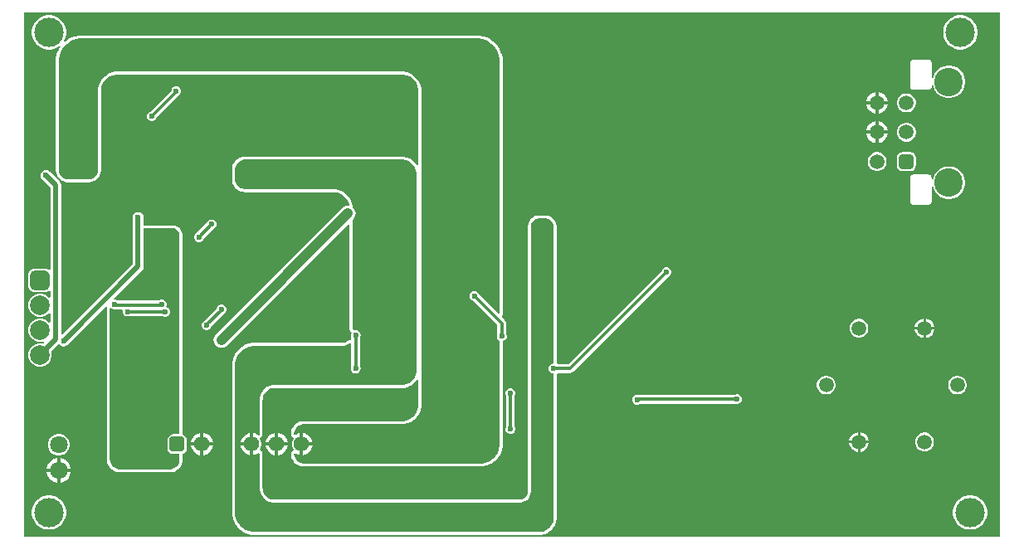
<source format=gbl>
G04*
G04 #@! TF.GenerationSoftware,Altium Limited,Altium Designer,24.0.1 (36)*
G04*
G04 Layer_Physical_Order=2*
G04 Layer_Color=16711680*
%FSLAX44Y44*%
%MOMM*%
G71*
G04*
G04 #@! TF.SameCoordinates,4B7F4912-6191-4439-8966-39C4DA3F543A*
G04*
G04*
G04 #@! TF.FilePolarity,Positive*
G04*
G01*
G75*
%ADD12C,0.3000*%
%ADD13C,0.5000*%
%ADD52C,1.0000*%
%ADD53C,1.5000*%
G04:AMPARAMS|DCode=54|XSize=1.52mm|YSize=1.52mm|CornerRadius=0.38mm|HoleSize=0mm|Usage=FLASHONLY|Rotation=270.000|XOffset=0mm|YOffset=0mm|HoleType=Round|Shape=RoundedRectangle|*
%AMROUNDEDRECTD54*
21,1,1.5200,0.7600,0,0,270.0*
21,1,0.7600,1.5200,0,0,270.0*
1,1,0.7600,-0.3800,-0.3800*
1,1,0.7600,-0.3800,0.3800*
1,1,0.7600,0.3800,0.3800*
1,1,0.7600,0.3800,-0.3800*
%
%ADD54ROUNDEDRECTD54*%
%ADD55C,1.5200*%
%ADD56C,2.9100*%
%ADD57C,1.8000*%
G04:AMPARAMS|DCode=58|XSize=2mm|YSize=2mm|CornerRadius=0.5mm|HoleSize=0mm|Usage=FLASHONLY|Rotation=270.000|XOffset=0mm|YOffset=0mm|HoleType=Round|Shape=RoundedRectangle|*
%AMROUNDEDRECTD58*
21,1,2.0000,1.0000,0,0,270.0*
21,1,1.0000,2.0000,0,0,270.0*
1,1,1.0000,-0.5000,-0.5000*
1,1,1.0000,-0.5000,0.5000*
1,1,1.0000,0.5000,0.5000*
1,1,1.0000,0.5000,-0.5000*
%
%ADD58ROUNDEDRECTD58*%
%ADD59C,2.0000*%
%ADD60C,1.5750*%
G04:AMPARAMS|DCode=61|XSize=1.575mm|YSize=1.575mm|CornerRadius=0.3938mm|HoleSize=0mm|Usage=FLASHONLY|Rotation=0.000|XOffset=0mm|YOffset=0mm|HoleType=Round|Shape=RoundedRectangle|*
%AMROUNDEDRECTD61*
21,1,1.5750,0.7875,0,0,0.0*
21,1,0.7875,1.5750,0,0,0.0*
1,1,0.7875,0.3938,-0.3938*
1,1,0.7875,-0.3938,-0.3938*
1,1,0.7875,-0.3938,0.3938*
1,1,0.7875,0.3938,0.3938*
%
%ADD61ROUNDEDRECTD61*%
%ADD62C,3.0000*%
%ADD63C,0.6000*%
G36*
X1000000Y5000D02*
X5000D01*
Y10000D01*
Y540000D01*
X1000000D01*
Y5000D01*
D02*
G37*
%LPC*%
G36*
X961724Y537500D02*
X958276D01*
X954895Y536828D01*
X951711Y535508D01*
X948844Y533593D01*
X946407Y531156D01*
X944492Y528289D01*
X943173Y525105D01*
X942500Y521724D01*
Y518276D01*
X943173Y514895D01*
X944492Y511711D01*
X946407Y508844D01*
X948844Y506407D01*
X951711Y504492D01*
X954895Y503172D01*
X958276Y502500D01*
X961724D01*
X965105Y503172D01*
X968289Y504492D01*
X971156Y506407D01*
X973593Y508844D01*
X975508Y511711D01*
X976827Y514895D01*
X977500Y518276D01*
Y521724D01*
X976827Y525105D01*
X975508Y528289D01*
X973593Y531156D01*
X971156Y533593D01*
X968289Y535508D01*
X965105Y536828D01*
X961724Y537500D01*
D02*
G37*
G36*
X927600Y491809D02*
X911600D01*
X910430Y491576D01*
X909437Y490913D01*
X908774Y489921D01*
X908541Y488750D01*
Y464250D01*
X908774Y463079D01*
X909437Y462087D01*
X910430Y461424D01*
X911600Y461191D01*
X927600D01*
X928771Y461424D01*
X929763Y462087D01*
X930426Y463079D01*
X930659Y464250D01*
Y466343D01*
X931929Y466469D01*
X932286Y464673D01*
X933534Y461661D01*
X935345Y458950D01*
X937650Y456645D01*
X940361Y454834D01*
X943372Y453586D01*
X946570Y452950D01*
X949830D01*
X953027Y453586D01*
X956039Y454834D01*
X958750Y456645D01*
X961055Y458950D01*
X962866Y461661D01*
X964114Y464673D01*
X964750Y467870D01*
Y471130D01*
X964114Y474327D01*
X962866Y477339D01*
X961055Y480050D01*
X958750Y482355D01*
X956039Y484166D01*
X953027Y485414D01*
X949830Y486050D01*
X946570D01*
X943372Y485414D01*
X940361Y484166D01*
X937650Y482355D01*
X935345Y480050D01*
X933534Y477339D01*
X932286Y474327D01*
X931929Y472532D01*
X930659Y472657D01*
Y488750D01*
X930426Y489921D01*
X929763Y490913D01*
X928771Y491576D01*
X927600Y491809D01*
D02*
G37*
G36*
X876750Y459023D02*
Y449750D01*
X886023D01*
X885343Y452284D01*
X883882Y454815D01*
X881816Y456882D01*
X879284Y458344D01*
X876750Y459023D01*
D02*
G37*
G36*
X873250D02*
X870716Y458344D01*
X868184Y456882D01*
X866118Y454815D01*
X864657Y452284D01*
X863977Y449750D01*
X873250D01*
Y459023D01*
D02*
G37*
G36*
X906264Y457600D02*
X903736D01*
X901294Y456946D01*
X899106Y455682D01*
X897318Y453895D01*
X896054Y451705D01*
X895400Y449264D01*
Y446736D01*
X896054Y444295D01*
X897318Y442105D01*
X899106Y440318D01*
X901294Y439054D01*
X903736Y438400D01*
X906264D01*
X908705Y439054D01*
X910894Y440318D01*
X912682Y442105D01*
X913946Y444295D01*
X914600Y446736D01*
Y449264D01*
X913946Y451705D01*
X912682Y453895D01*
X910894Y455682D01*
X908705Y456946D01*
X906264Y457600D01*
D02*
G37*
G36*
X886023Y446250D02*
X876750D01*
Y436977D01*
X879284Y437657D01*
X881816Y439118D01*
X883882Y441184D01*
X885343Y443716D01*
X886023Y446250D01*
D02*
G37*
G36*
X873250D02*
X863977D01*
X864657Y443716D01*
X866118Y441184D01*
X868184Y439118D01*
X870716Y437657D01*
X873250Y436977D01*
Y446250D01*
D02*
G37*
G36*
X160995Y465000D02*
X159005D01*
X157168Y464239D01*
X155761Y462832D01*
X155000Y460995D01*
Y460723D01*
X133162Y438885D01*
X132168Y438473D01*
X130761Y437066D01*
X130000Y435229D01*
Y433240D01*
X130761Y431402D01*
X132168Y429995D01*
X134005Y429234D01*
X135995D01*
X137832Y429995D01*
X139239Y431402D01*
X139651Y432396D01*
X162539Y455284D01*
X163244Y455756D01*
X164085Y457014D01*
X164239Y457168D01*
X165000Y459005D01*
Y460995D01*
X164239Y462832D01*
X162832Y464239D01*
X160995Y465000D01*
D02*
G37*
G36*
X876750Y429023D02*
Y419750D01*
X886023D01*
X885343Y422284D01*
X883882Y424815D01*
X881816Y426882D01*
X879284Y428344D01*
X876750Y429023D01*
D02*
G37*
G36*
X873250Y429023D02*
X870716Y428344D01*
X868184Y426882D01*
X866118Y424815D01*
X864657Y422284D01*
X863977Y419750D01*
X873250D01*
Y429023D01*
D02*
G37*
G36*
X906264Y427600D02*
X903736D01*
X901294Y426946D01*
X899106Y425682D01*
X897318Y423895D01*
X896054Y421705D01*
X895400Y419264D01*
Y416736D01*
X896054Y414295D01*
X897318Y412105D01*
X899106Y410318D01*
X901294Y409054D01*
X903736Y408400D01*
X906264D01*
X908705Y409054D01*
X910894Y410318D01*
X912682Y412105D01*
X913946Y414295D01*
X914600Y416736D01*
Y419264D01*
X913946Y421705D01*
X912682Y423895D01*
X910894Y425682D01*
X908705Y426946D01*
X906264Y427600D01*
D02*
G37*
G36*
X886023Y416250D02*
X876750D01*
Y406977D01*
X879284Y407656D01*
X881816Y409118D01*
X883882Y411184D01*
X885343Y413716D01*
X886023Y416250D01*
D02*
G37*
G36*
X873250D02*
X863977D01*
X864657Y413716D01*
X866118Y411184D01*
X868184Y409118D01*
X870716Y407656D01*
X873250Y406977D01*
Y416250D01*
D02*
G37*
G36*
X31724Y537500D02*
X28276D01*
X24895Y536828D01*
X21711Y535508D01*
X18844Y533593D01*
X16407Y531156D01*
X14492Y528289D01*
X13173Y525105D01*
X12500Y521724D01*
Y518276D01*
X13173Y514895D01*
X14492Y511711D01*
X16407Y508844D01*
X18844Y506407D01*
X21711Y504492D01*
X24895Y503172D01*
X28276Y502500D01*
X31724D01*
X35105Y503172D01*
X38289Y504492D01*
X40753Y506138D01*
X41668Y505222D01*
X40165Y502973D01*
X40050Y502694D01*
X39883Y502444D01*
X38089Y498113D01*
X38030Y497817D01*
X37915Y497539D01*
X37000Y492941D01*
Y492640D01*
X36941Y492344D01*
Y490000D01*
Y380000D01*
Y379015D01*
X37000Y378720D01*
Y378418D01*
X37384Y376486D01*
X37500Y376208D01*
X37558Y375913D01*
X38312Y374093D01*
X38479Y373842D01*
X38595Y373564D01*
X39689Y371926D01*
X39902Y371713D01*
X40070Y371463D01*
X41462Y370070D01*
X41713Y369902D01*
X41926Y369689D01*
X43564Y368595D01*
X43842Y368479D01*
X44093Y368312D01*
X45912Y367558D01*
X46208Y367500D01*
X46486Y367384D01*
X48418Y367000D01*
X48720D01*
X49015Y366941D01*
X70985Y366941D01*
X71280Y367000D01*
X71582D01*
X73513Y367384D01*
X73792Y367500D01*
X74087Y367558D01*
X75907Y368312D01*
X76158Y368480D01*
X76436Y368595D01*
X78074Y369689D01*
X78287Y369902D01*
X78537Y370070D01*
X79930Y371463D01*
X80098Y371713D01*
X80311Y371926D01*
X81405Y373564D01*
X81520Y373842D01*
X81688Y374093D01*
X82442Y375913D01*
X82500Y376208D01*
X82615Y376486D01*
X83000Y378418D01*
Y378720D01*
X83059Y379015D01*
X83059Y379999D01*
X83059Y380000D01*
X83059Y459925D01*
X83140Y461585D01*
X83802Y464913D01*
X85072Y467979D01*
X86916Y470738D01*
X89262Y473084D01*
X92021Y474928D01*
X95087Y476198D01*
X98415Y476860D01*
X100077Y476941D01*
X389925Y476941D01*
X391585Y476859D01*
X394913Y476197D01*
X397979Y474928D01*
X400738Y473084D01*
X403084Y470738D01*
X404928Y467979D01*
X406198Y464913D01*
X406860Y461585D01*
X406941Y459922D01*
Y384359D01*
X406655Y384215D01*
X405671Y384052D01*
X404194Y386262D01*
X403981Y386475D01*
X403814Y386725D01*
X401725Y388814D01*
X401474Y388982D01*
X401261Y389195D01*
X398804Y390836D01*
X398526Y390952D01*
X398275Y391119D01*
X395545Y392250D01*
X395250Y392308D01*
X394971Y392424D01*
X392073Y393000D01*
X391772Y393000D01*
X391477Y393059D01*
X390001Y393058D01*
X389999Y393059D01*
X340000D01*
X230000Y393059D01*
X229015Y393059D01*
X228720Y393000D01*
X228418D01*
X226486Y392616D01*
X226208Y392500D01*
X225912Y392442D01*
X224093Y391688D01*
X223842Y391520D01*
X223564Y391405D01*
X221926Y390311D01*
X221713Y390098D01*
X221462Y389930D01*
X220070Y388537D01*
X219902Y388287D01*
X219689Y388074D01*
X218595Y386436D01*
X218479Y386158D01*
X218312Y385907D01*
X217558Y384087D01*
X217500Y383792D01*
X217384Y383513D01*
X217052Y381845D01*
Y381607D01*
X216996Y381376D01*
X216944Y380128D01*
X216954Y380064D01*
X216941Y380000D01*
Y370000D01*
X216941Y369015D01*
X217000Y368720D01*
Y368418D01*
X217384Y366486D01*
X217500Y366208D01*
X217558Y365913D01*
X218312Y364093D01*
X218479Y363842D01*
X218595Y363564D01*
X219689Y361926D01*
X219902Y361713D01*
X220070Y361463D01*
X221462Y360070D01*
X221713Y359902D01*
X221926Y359689D01*
X223564Y358595D01*
X223842Y358479D01*
X224093Y358312D01*
X225912Y357558D01*
X226208Y357500D01*
X226486Y357384D01*
X228418Y357000D01*
X228720D01*
X229015Y356941D01*
X230000Y356941D01*
X319925Y356941D01*
X321585Y356860D01*
X324913Y356198D01*
X327979Y354928D01*
X330738Y353084D01*
X333084Y350738D01*
X334928Y347979D01*
X336198Y344913D01*
X336394Y343927D01*
X335526Y343000D01*
X335000Y343069D01*
X332912Y342794D01*
X330965Y341988D01*
X329294Y340706D01*
X200274Y211685D01*
X198991Y210014D01*
X198185Y208068D01*
X197910Y205979D01*
X198185Y203891D01*
X198991Y201945D01*
X200274Y200274D01*
X201945Y198991D01*
X203891Y198185D01*
X205979Y197910D01*
X208068Y198185D01*
X210014Y198991D01*
X211685Y200274D01*
X335768Y324357D01*
X336941Y323871D01*
X336941Y216420D01*
X337031Y215968D01*
X337080Y215509D01*
X337147Y215387D01*
X337174Y215250D01*
X337430Y214866D01*
X337651Y214461D01*
X337759Y214373D01*
X337837Y214257D01*
X338221Y214001D01*
X338579Y213711D01*
X338688Y213654D01*
X338000Y211995D01*
Y210005D01*
X338412Y209011D01*
Y207168D01*
X338303Y206941D01*
X337142Y206126D01*
X335971Y205893D01*
X334979Y205230D01*
X334394Y204646D01*
X333265Y203891D01*
X332011Y203372D01*
X330633Y203098D01*
X330633Y203098D01*
X330633D01*
X330605Y203092D01*
X329925Y203059D01*
X328795Y203059D01*
X240000Y203059D01*
X238030Y203059D01*
X237735Y203000D01*
X237433Y203000D01*
X233569Y202232D01*
X233291Y202116D01*
X232996Y202058D01*
X229356Y200550D01*
X229105Y200383D01*
X228827Y200267D01*
X225551Y198079D01*
X225338Y197866D01*
X225087Y197698D01*
X222302Y194912D01*
X222134Y194662D01*
X221921Y194449D01*
X219732Y191173D01*
X219617Y190895D01*
X219450Y190644D01*
X217942Y187004D01*
X217883Y186709D01*
X217768Y186430D01*
X217000Y182566D01*
X217000Y182265D01*
X216941Y181970D01*
X216941Y180000D01*
X216941Y180000D01*
X216941Y178804D01*
Y30000D01*
Y28030D01*
X217000Y27735D01*
Y27433D01*
X217769Y23570D01*
X217884Y23291D01*
X217943Y22996D01*
X219450Y19356D01*
X219618Y19105D01*
X219733Y18827D01*
X221922Y15551D01*
X222135Y15338D01*
X222302Y15088D01*
X225088Y12302D01*
X225338Y12135D01*
X225551Y11922D01*
X228827Y9733D01*
X229105Y9618D01*
X229356Y9450D01*
X232996Y7943D01*
X233291Y7884D01*
X233570Y7769D01*
X237433Y7000D01*
X237735D01*
X238030Y6941D01*
X531477D01*
X531773Y7000D01*
X532074D01*
X534972Y7576D01*
X535250Y7692D01*
X535546Y7750D01*
X538276Y8881D01*
X538526Y9049D01*
X538805Y9164D01*
X541261Y10805D01*
X541474Y11019D01*
X541725Y11186D01*
X543814Y13275D01*
X543981Y13526D01*
X544194Y13739D01*
X545836Y16195D01*
X545951Y16474D01*
X546119Y16724D01*
X547249Y19454D01*
X547308Y19750D01*
X547423Y20028D01*
X548000Y22926D01*
Y23227D01*
X548059Y23523D01*
X548059Y24999D01*
X548059Y25000D01*
Y96811D01*
X548059Y99780D01*
Y167895D01*
Y170510D01*
X548019Y170710D01*
X548032Y170913D01*
X548023Y170979D01*
X549136Y172249D01*
X561837D01*
X563593Y172598D01*
X565081Y173592D01*
X661838Y270349D01*
X662832Y270761D01*
X664239Y272168D01*
X665000Y274005D01*
Y275995D01*
X664239Y277832D01*
X662832Y279239D01*
X660995Y280000D01*
X659005D01*
X657168Y279239D01*
X655761Y277832D01*
X655349Y276838D01*
X559936Y181425D01*
X549136D01*
X548023Y182695D01*
X548032Y182761D01*
X548019Y182964D01*
X548059Y183164D01*
Y202269D01*
X548059Y321449D01*
X548059Y322291D01*
X548000Y322587D01*
Y322888D01*
X547671Y324540D01*
X547556Y324818D01*
X547497Y325114D01*
X546853Y326670D01*
X546685Y326921D01*
X546570Y327199D01*
X545634Y328599D01*
X545421Y328812D01*
X545254Y329063D01*
X544063Y330254D01*
X543812Y330421D01*
X543599Y330634D01*
X542199Y331570D01*
X541920Y331685D01*
X541670Y331853D01*
X540113Y332497D01*
X539818Y332556D01*
X539540Y332671D01*
X538217Y332934D01*
X538001Y332934D01*
X537792Y332988D01*
X536626Y333054D01*
X536540Y333041D01*
X536455Y333058D01*
X536450D01*
X536449Y333059D01*
X529188D01*
X528893Y333000D01*
X528592D01*
X527000Y332683D01*
X526721Y332568D01*
X526426Y332509D01*
X524926Y331888D01*
X524676Y331721D01*
X524397Y331605D01*
X523048Y330704D01*
X522835Y330491D01*
X522584Y330323D01*
X521437Y329175D01*
X521269Y328925D01*
X521056Y328712D01*
X520154Y327362D01*
X520039Y327084D01*
X519872Y326833D01*
X519250Y325334D01*
X519192Y325038D01*
X519076Y324760D01*
X518760Y323168D01*
Y322867D01*
X518701Y322571D01*
Y321760D01*
X518701Y51835D01*
X518659Y50982D01*
X518312Y49238D01*
X517661Y47665D01*
X516715Y46249D01*
X515511Y45045D01*
X514095Y44099D01*
X512522Y43447D01*
X510778Y43101D01*
X509925Y43059D01*
X508792Y43059D01*
X260075Y43059D01*
X258905Y43116D01*
X256538Y43587D01*
X254378Y44482D01*
X252434Y45780D01*
X250781Y47434D01*
X249482Y49378D01*
X248587Y51538D01*
X248116Y53905D01*
X248059Y55075D01*
Y90145D01*
X247962Y90634D01*
X247896Y91128D01*
X247846Y91216D01*
X247826Y91315D01*
X247549Y91730D01*
X247300Y92162D01*
X247219Y92224D01*
X247163Y92308D01*
X246748Y92585D01*
X246353Y92888D01*
X245986Y93069D01*
X245439Y94557D01*
X245468Y94697D01*
X246202Y95968D01*
X246875Y98480D01*
Y101080D01*
X246202Y103592D01*
X245468Y104863D01*
X245439Y105003D01*
X245986Y106491D01*
X246353Y106672D01*
X246748Y106975D01*
X247163Y107252D01*
X247219Y107337D01*
X247300Y107398D01*
X247549Y107830D01*
X247826Y108244D01*
X247846Y108344D01*
X247896Y108432D01*
X247962Y108926D01*
X248059Y109415D01*
Y144925D01*
X248116Y146095D01*
X248587Y148462D01*
X249482Y150622D01*
X250781Y152566D01*
X252434Y154219D01*
X254378Y155518D01*
X256538Y156413D01*
X258905Y156883D01*
X260081Y156941D01*
X391477D01*
X391773Y157000D01*
X392074D01*
X394972Y157576D01*
X395250Y157692D01*
X395546Y157751D01*
X398276Y158881D01*
X398526Y159049D01*
X398805Y159164D01*
X401261Y160805D01*
X401474Y161019D01*
X401725Y161186D01*
X403814Y163275D01*
X403982Y163526D01*
X404194Y163739D01*
X405671Y165949D01*
X406655Y165785D01*
X406941Y165641D01*
Y140075D01*
X406860Y138415D01*
X406198Y135086D01*
X404928Y132020D01*
X403085Y129261D01*
X400738Y126915D01*
X397979Y125072D01*
X394914Y123802D01*
X391585Y123140D01*
X389924Y123059D01*
X388782Y123059D01*
X290000Y123059D01*
X289016Y123059D01*
X288720Y123000D01*
X288419Y123000D01*
X286486Y122616D01*
X286208Y122501D01*
X285912Y122442D01*
X284093Y121688D01*
X283842Y121521D01*
X283563Y121406D01*
X281926Y120311D01*
X281712Y120098D01*
X281462Y119931D01*
X280069Y118538D01*
X279902Y118287D01*
X279688Y118074D01*
X278594Y116436D01*
X278479Y116158D01*
X278312Y115907D01*
X277558Y114087D01*
X277499Y113791D01*
X277384Y113513D01*
X277052Y111845D01*
X277052Y111607D01*
X276996Y111376D01*
X276944Y110127D01*
X276954Y110063D01*
X276941Y110000D01*
Y109568D01*
X277038Y109080D01*
X277104Y108585D01*
X277154Y108497D01*
X277174Y108398D01*
X277451Y107983D01*
X277700Y107552D01*
X277781Y107490D01*
X277837Y107406D01*
X278252Y107128D01*
X278647Y106825D01*
X278969Y106666D01*
X279021Y106620D01*
X279465Y105137D01*
X279440Y105050D01*
X278598Y103592D01*
X277925Y101080D01*
Y98480D01*
X278598Y95968D01*
X279436Y94517D01*
X279463Y94422D01*
X279153Y93023D01*
X278981Y92863D01*
X278852Y92764D01*
X278529Y92586D01*
X278031Y92167D01*
X277948Y92063D01*
X277837Y91989D01*
X277577Y91600D01*
X277285Y91235D01*
X277248Y91108D01*
X277174Y90997D01*
X277083Y90538D01*
X276952Y90089D01*
X276967Y89957D01*
X276941Y89826D01*
Y89015D01*
X277000Y88720D01*
Y88418D01*
X277384Y86486D01*
X277500Y86208D01*
X277558Y85913D01*
X278312Y84093D01*
X278479Y83842D01*
X278595Y83564D01*
X279689Y81926D01*
X279902Y81713D01*
X280070Y81462D01*
X281462Y80070D01*
X281713Y79902D01*
X281926Y79689D01*
X283564Y78595D01*
X283842Y78479D01*
X284093Y78312D01*
X285912Y77558D01*
X286208Y77500D01*
X286486Y77384D01*
X288418Y77000D01*
X288720D01*
X289015Y76941D01*
X471970D01*
X472265Y77000D01*
X472566D01*
X476430Y77769D01*
X476709Y77884D01*
X477004Y77943D01*
X480644Y79450D01*
X480894Y79618D01*
X481173Y79733D01*
X484448Y81922D01*
X484661Y82135D01*
X484912Y82302D01*
X487698Y85088D01*
X487865Y85338D01*
X488078Y85551D01*
X490267Y88827D01*
X490382Y89105D01*
X490549Y89356D01*
X492057Y92995D01*
X492116Y93291D01*
X492231Y93569D01*
X493000Y97433D01*
Y97734D01*
X493058Y98030D01*
X493058Y99998D01*
X493059Y100000D01*
Y116375D01*
X493059Y204759D01*
X494889Y205517D01*
X496295Y206923D01*
X497057Y208761D01*
Y210750D01*
X496645Y211744D01*
Y222943D01*
X496296Y224699D01*
X495301Y226188D01*
X492084Y229405D01*
X492163Y230985D01*
X492411Y231357D01*
X492826Y231977D01*
X493059Y233148D01*
Y247253D01*
Y250858D01*
Y370000D01*
X493059Y461960D01*
Y475460D01*
Y490000D01*
X493059Y492344D01*
X493000Y492640D01*
Y492941D01*
X492085Y497539D01*
X491970Y497817D01*
X491911Y498112D01*
X490117Y502444D01*
X489950Y502694D01*
X489835Y502973D01*
X487230Y506871D01*
X487017Y507084D01*
X486850Y507334D01*
X483535Y510649D01*
X483284Y510816D01*
X483071Y511030D01*
X479173Y513634D01*
X478895Y513749D01*
X478644Y513917D01*
X474313Y515711D01*
X474018Y515770D01*
X473739Y515885D01*
X469141Y516800D01*
X468840D01*
X468545Y516858D01*
X466201D01*
X466200Y516858D01*
X61455D01*
X61160Y516800D01*
X60859D01*
X56261Y515885D01*
X55982Y515770D01*
X55687Y515711D01*
X51356Y513917D01*
X51105Y513749D01*
X50827Y513634D01*
X46929Y511030D01*
X46716Y510816D01*
X46465Y510649D01*
X46047Y510231D01*
X45060Y511040D01*
X45508Y511711D01*
X46828Y514895D01*
X47500Y518276D01*
Y521724D01*
X46828Y525105D01*
X45508Y528289D01*
X43593Y531156D01*
X41156Y533593D01*
X38289Y535508D01*
X35105Y536828D01*
X31724Y537500D01*
D02*
G37*
G36*
X876264Y397600D02*
X873736D01*
X871294Y396946D01*
X869106Y395682D01*
X867318Y393895D01*
X866054Y391705D01*
X865400Y389264D01*
Y386736D01*
X866054Y384295D01*
X867318Y382105D01*
X869106Y380318D01*
X871294Y379054D01*
X873736Y378400D01*
X876264D01*
X878706Y379054D01*
X880894Y380318D01*
X882682Y382105D01*
X883946Y384295D01*
X884600Y386736D01*
Y389264D01*
X883946Y391705D01*
X882682Y393895D01*
X880894Y395682D01*
X878706Y396946D01*
X876264Y397600D01*
D02*
G37*
G36*
X908800Y397714D02*
X901200D01*
X898937Y397263D01*
X897018Y395982D01*
X895736Y394063D01*
X895286Y391800D01*
Y384200D01*
X895736Y381937D01*
X897018Y380018D01*
X898937Y378736D01*
X901200Y378286D01*
X908800D01*
X911063Y378736D01*
X912982Y380018D01*
X914264Y381937D01*
X914714Y384200D01*
Y391800D01*
X914264Y394063D01*
X912982Y395982D01*
X911063Y397263D01*
X908800Y397714D01*
D02*
G37*
G36*
X949830Y383050D02*
X946570D01*
X943372Y382414D01*
X940361Y381166D01*
X937650Y379355D01*
X935345Y377050D01*
X933534Y374339D01*
X932286Y371327D01*
X931929Y369532D01*
X930659Y369657D01*
Y371750D01*
X930426Y372920D01*
X929763Y373913D01*
X928771Y374576D01*
X927600Y374809D01*
X911600D01*
X910430Y374576D01*
X909437Y373913D01*
X908774Y372920D01*
X908541Y371750D01*
Y347250D01*
X908774Y346079D01*
X909437Y345087D01*
X910430Y344424D01*
X911600Y344191D01*
X927600D01*
X928771Y344424D01*
X929763Y345087D01*
X930426Y346079D01*
X930659Y347250D01*
Y363343D01*
X931929Y363469D01*
X932286Y361673D01*
X933534Y358661D01*
X935345Y355950D01*
X937650Y353645D01*
X940361Y351834D01*
X943372Y350586D01*
X946570Y349950D01*
X949830D01*
X953027Y350586D01*
X956039Y351834D01*
X958750Y353645D01*
X961055Y355950D01*
X962866Y358661D01*
X964114Y361673D01*
X964750Y364870D01*
Y368130D01*
X964114Y371327D01*
X962866Y374339D01*
X961055Y377050D01*
X958750Y379355D01*
X956039Y381166D01*
X953027Y382414D01*
X949830Y383050D01*
D02*
G37*
G36*
X196995Y329000D02*
X195005D01*
X193168Y328239D01*
X191761Y326832D01*
X191324Y325777D01*
X181101Y315555D01*
X180168Y315168D01*
X178761Y313761D01*
X178000Y311924D01*
Y309934D01*
X178761Y308097D01*
X180168Y306690D01*
X182005Y305929D01*
X183995D01*
X185832Y306690D01*
X187239Y308097D01*
X187676Y309152D01*
X197899Y319375D01*
X198832Y319761D01*
X200239Y321168D01*
X201000Y323005D01*
Y324995D01*
X200239Y326832D01*
X198832Y328239D01*
X196995Y329000D01*
D02*
G37*
G36*
X27000Y379608D02*
X24854Y379181D01*
X23035Y377965D01*
X21819Y376146D01*
X21392Y374000D01*
X21819Y371854D01*
X23035Y370035D01*
X31392Y361677D01*
Y278086D01*
X30122Y277460D01*
X29530Y277915D01*
X27827Y278620D01*
X26000Y278860D01*
X16000D01*
X14173Y278620D01*
X12470Y277915D01*
X11007Y276793D01*
X9886Y275330D01*
X9180Y273627D01*
X8940Y271800D01*
Y261800D01*
X9180Y259973D01*
X9886Y258270D01*
X11007Y256807D01*
X12470Y255686D01*
X14173Y254980D01*
X16000Y254740D01*
X26000D01*
X27827Y254980D01*
X29530Y255686D01*
X30122Y256140D01*
X31392Y255513D01*
Y249774D01*
X30122Y249248D01*
X28368Y251002D01*
X25632Y252582D01*
X22580Y253400D01*
X19420D01*
X16368Y252582D01*
X13632Y251002D01*
X11398Y248768D01*
X9818Y246032D01*
X9000Y242980D01*
Y239820D01*
X9818Y236768D01*
X11398Y234032D01*
X13632Y231798D01*
X16368Y230218D01*
X19420Y229400D01*
X22580D01*
X25632Y230218D01*
X28368Y231798D01*
X30122Y233552D01*
X31392Y233026D01*
Y224374D01*
X30122Y223848D01*
X28368Y225602D01*
X25632Y227182D01*
X22580Y228000D01*
X19420D01*
X16368Y227182D01*
X13632Y225602D01*
X11398Y223368D01*
X9818Y220632D01*
X9000Y217580D01*
Y214420D01*
X9818Y211368D01*
X11398Y208632D01*
X13632Y206398D01*
X16368Y204818D01*
X19420Y204000D01*
X22580D01*
X24264Y204451D01*
X25661Y203511D01*
X25696Y203227D01*
X24543Y202074D01*
X22580Y202600D01*
X19420D01*
X16368Y201782D01*
X13632Y200202D01*
X11398Y197968D01*
X9818Y195232D01*
X9000Y192180D01*
Y189020D01*
X9818Y185968D01*
X11398Y183232D01*
X13632Y180998D01*
X16368Y179418D01*
X19420Y178600D01*
X22580D01*
X25632Y179418D01*
X28368Y180998D01*
X30602Y183232D01*
X32182Y185968D01*
X33000Y189020D01*
Y192180D01*
X32474Y194143D01*
X39658Y201328D01*
X40922Y201203D01*
X41035Y201035D01*
X42854Y199819D01*
X45000Y199392D01*
X47146Y199819D01*
X48965Y201035D01*
X88478Y240547D01*
X89464Y239737D01*
X89174Y239303D01*
X88941Y238133D01*
X88941Y85000D01*
Y83917D01*
X89000Y83621D01*
Y83320D01*
X89423Y81195D01*
X89538Y80916D01*
X89597Y80621D01*
X90426Y78619D01*
X90593Y78369D01*
X90709Y78090D01*
X91912Y76289D01*
X92126Y76076D01*
X92293Y75825D01*
X93825Y74293D01*
X94076Y74125D01*
X94289Y73913D01*
X96090Y72709D01*
X96369Y72593D01*
X96619Y72426D01*
X98621Y71597D01*
X98916Y71538D01*
X99195Y71423D01*
X101320Y71000D01*
X101621D01*
X101917Y70941D01*
X103000D01*
X103000Y70941D01*
X154000D01*
X154886Y70941D01*
X155182Y71000D01*
X155483D01*
X157222Y71346D01*
X157500Y71461D01*
X157796Y71520D01*
X159434Y72198D01*
X159684Y72366D01*
X159962Y72481D01*
X161436Y73466D01*
X161649Y73679D01*
X161900Y73846D01*
X163153Y75100D01*
X163321Y75350D01*
X163534Y75563D01*
X164519Y77038D01*
X164634Y77316D01*
X164802Y77566D01*
X165480Y79204D01*
X165539Y79500D01*
X165654Y79778D01*
X166000Y81517D01*
Y81818D01*
X166059Y82114D01*
Y83000D01*
X166059Y83000D01*
Y89789D01*
X166008Y90042D01*
X167054Y90250D01*
X169018Y91562D01*
X170331Y93526D01*
X170791Y95843D01*
Y103717D01*
X170331Y106034D01*
X169018Y107998D01*
X167054Y109311D01*
X166008Y109518D01*
X166059Y109771D01*
X166059Y237000D01*
Y313000D01*
Y313689D01*
X166000Y313985D01*
Y314286D01*
X165731Y315639D01*
X165616Y315917D01*
X165557Y316212D01*
X165029Y317486D01*
X164862Y317737D01*
X164747Y318015D01*
X163981Y319162D01*
X163768Y319375D01*
X163600Y319625D01*
X162625Y320600D01*
X162375Y320768D01*
X162162Y320980D01*
X161015Y321747D01*
X160737Y321862D01*
X160486Y322029D01*
X159212Y322557D01*
X158917Y322616D01*
X158639Y322731D01*
X157286Y323000D01*
X156985D01*
X156690Y323059D01*
X126608D01*
Y331000D01*
X126181Y333146D01*
X124965Y334965D01*
X123146Y336181D01*
X121000Y336608D01*
X118854Y336181D01*
X117035Y334965D01*
X115819Y333146D01*
X115392Y331000D01*
Y283323D01*
X43781Y211712D01*
X42608Y212198D01*
Y364000D01*
X42181Y366146D01*
X40965Y367965D01*
X30965Y377965D01*
X29146Y379181D01*
X27000Y379608D01*
D02*
G37*
G36*
X924822Y228064D02*
X924770D01*
Y219294D01*
X933540D01*
Y219345D01*
X932856Y221899D01*
X931534Y224188D01*
X929665Y226058D01*
X927375Y227379D01*
X924822Y228064D01*
D02*
G37*
G36*
X922230D02*
X922178D01*
X919625Y227379D01*
X917335Y226058D01*
X915466Y224188D01*
X914144Y221899D01*
X913460Y219345D01*
Y219294D01*
X922230D01*
Y228064D01*
D02*
G37*
G36*
X206995Y242000D02*
X205005D01*
X203168Y241239D01*
X201761Y239832D01*
X201000Y237995D01*
Y237989D01*
X188309Y225297D01*
X188168Y225239D01*
X186761Y223832D01*
X186000Y221995D01*
Y220005D01*
X186761Y218168D01*
X188168Y216761D01*
X190005Y216000D01*
X191995D01*
X193832Y216761D01*
X195239Y218168D01*
X196000Y220005D01*
Y220011D01*
X208692Y232703D01*
X208832Y232761D01*
X210239Y234168D01*
X211000Y236005D01*
Y237995D01*
X210239Y239832D01*
X208832Y241239D01*
X206995Y242000D01*
D02*
G37*
G36*
X857751Y227524D02*
X855249D01*
X852833Y226876D01*
X850667Y225626D01*
X848898Y223857D01*
X847647Y221691D01*
X847000Y219274D01*
Y216773D01*
X847647Y214357D01*
X848898Y212191D01*
X850667Y210422D01*
X852833Y209171D01*
X855249Y208524D01*
X857751D01*
X860167Y209171D01*
X862333Y210422D01*
X864102Y212191D01*
X865353Y214357D01*
X866000Y216773D01*
Y219274D01*
X865353Y221691D01*
X864102Y223857D01*
X862333Y225626D01*
X860167Y226876D01*
X857751Y227524D01*
D02*
G37*
G36*
X933540Y216754D02*
X924770D01*
Y207984D01*
X924822D01*
X927375Y208668D01*
X929665Y209990D01*
X931534Y211859D01*
X932856Y214148D01*
X933540Y216702D01*
Y216754D01*
D02*
G37*
G36*
X922230D02*
X913460D01*
Y216702D01*
X914144Y214148D01*
X915466Y211859D01*
X917335Y209990D01*
X919625Y208668D01*
X922178Y207984D01*
X922230D01*
Y216754D01*
D02*
G37*
G36*
X958251Y169500D02*
X955749D01*
X953333Y168853D01*
X951167Y167602D01*
X949398Y165833D01*
X948147Y163667D01*
X947500Y161251D01*
Y158749D01*
X948147Y156333D01*
X949398Y154167D01*
X951167Y152398D01*
X953333Y151147D01*
X955749Y150500D01*
X958251D01*
X960667Y151147D01*
X962833Y152398D01*
X964602Y154167D01*
X965853Y156333D01*
X966500Y158749D01*
Y161251D01*
X965853Y163667D01*
X964602Y165833D01*
X962833Y167602D01*
X960667Y168853D01*
X958251Y169500D01*
D02*
G37*
G36*
X824251D02*
X821749D01*
X819333Y168853D01*
X817167Y167602D01*
X815398Y165833D01*
X814147Y163667D01*
X813500Y161251D01*
Y158749D01*
X814147Y156333D01*
X815398Y154167D01*
X817167Y152398D01*
X819333Y151147D01*
X821749Y150500D01*
X824251D01*
X826667Y151147D01*
X828833Y152398D01*
X830602Y154167D01*
X831853Y156333D01*
X832500Y158749D01*
Y161251D01*
X831853Y163667D01*
X830602Y165833D01*
X828833Y167602D01*
X826667Y168853D01*
X824251Y169500D01*
D02*
G37*
G36*
X732983Y150412D02*
X730994D01*
X730000Y150000D01*
X630412D01*
X630412Y150000D01*
X629005D01*
X627168Y149239D01*
X625761Y147832D01*
X625000Y145995D01*
Y144005D01*
X625761Y142168D01*
X627168Y140761D01*
X629005Y140000D01*
X630995D01*
X632832Y140761D01*
X632895Y140824D01*
X730000D01*
X730994Y140412D01*
X732983D01*
X734821Y141173D01*
X736228Y142580D01*
X736989Y144417D01*
Y146406D01*
X736228Y148244D01*
X734821Y149651D01*
X732983Y150412D01*
D02*
G37*
G36*
X501683Y156688D02*
X499693D01*
X497856Y155927D01*
X496449Y154520D01*
X495688Y152683D01*
Y150694D01*
X496256Y149323D01*
Y116612D01*
X496000Y115995D01*
Y114005D01*
X496761Y112168D01*
X498168Y110761D01*
X500005Y110000D01*
X501995D01*
X503832Y110761D01*
X505239Y112168D01*
X506000Y114005D01*
Y115995D01*
X505432Y117365D01*
Y150076D01*
X505688Y150694D01*
Y152683D01*
X504927Y154520D01*
X503520Y155927D01*
X501683Y156688D01*
D02*
G37*
G36*
X857822Y112016D02*
X857770D01*
Y103246D01*
X866540D01*
Y103298D01*
X865856Y105852D01*
X864534Y108141D01*
X862665Y110010D01*
X860375Y111332D01*
X857822Y112016D01*
D02*
G37*
G36*
X855230D02*
X855178D01*
X852625Y111332D01*
X850335Y110010D01*
X848466Y108141D01*
X847144Y105852D01*
X846460Y103298D01*
Y103246D01*
X855230D01*
Y112016D01*
D02*
G37*
G36*
X264150Y111087D02*
Y101530D01*
X273707D01*
X273000Y104171D01*
X271502Y106764D01*
X269384Y108882D01*
X266791Y110380D01*
X264150Y111087D01*
D02*
G37*
G36*
X260650D02*
X258009Y110380D01*
X255416Y108882D01*
X253298Y106764D01*
X251800Y104171D01*
X251093Y101530D01*
X260650D01*
Y111087D01*
D02*
G37*
G36*
X187950D02*
Y101530D01*
X197507D01*
X196800Y104171D01*
X195302Y106764D01*
X193184Y108882D01*
X190591Y110380D01*
X187950Y111087D01*
D02*
G37*
G36*
X184450D02*
X181809Y110380D01*
X179216Y108882D01*
X177098Y106764D01*
X175600Y104171D01*
X174893Y101530D01*
X184450D01*
Y111087D01*
D02*
G37*
G36*
X924751Y111476D02*
X922249D01*
X919833Y110829D01*
X917667Y109578D01*
X915898Y107809D01*
X914647Y105643D01*
X914000Y103227D01*
Y100726D01*
X914647Y98309D01*
X915898Y96143D01*
X917667Y94375D01*
X919833Y93124D01*
X922249Y92476D01*
X924751D01*
X927167Y93124D01*
X929333Y94375D01*
X931102Y96143D01*
X932353Y98309D01*
X933000Y100726D01*
Y103227D01*
X932353Y105643D01*
X931102Y107809D01*
X929333Y109578D01*
X927167Y110829D01*
X924751Y111476D01*
D02*
G37*
G36*
X866540Y100706D02*
X857770D01*
Y91936D01*
X857822D01*
X860375Y92620D01*
X862665Y93942D01*
X864534Y95812D01*
X865856Y98101D01*
X866540Y100654D01*
Y100706D01*
D02*
G37*
G36*
X855230D02*
X846460D01*
Y100654D01*
X847144Y98101D01*
X848466Y95812D01*
X850335Y93942D01*
X852625Y92620D01*
X855178Y91936D01*
X855230D01*
Y100706D01*
D02*
G37*
G36*
X273707Y98030D02*
X264150D01*
Y88473D01*
X266791Y89180D01*
X269384Y90678D01*
X271502Y92796D01*
X273000Y95389D01*
X273707Y98030D01*
D02*
G37*
G36*
X260650D02*
X251093D01*
X251800Y95389D01*
X253298Y92796D01*
X255416Y90678D01*
X258009Y89180D01*
X260650Y88473D01*
Y98030D01*
D02*
G37*
G36*
X197507D02*
X187950D01*
Y88473D01*
X190591Y89180D01*
X193184Y90678D01*
X195302Y92796D01*
X196800Y95389D01*
X197507Y98030D01*
D02*
G37*
G36*
X184450D02*
X174893D01*
X175600Y95389D01*
X177098Y92796D01*
X179216Y90678D01*
X181809Y89180D01*
X184450Y88473D01*
Y98030D01*
D02*
G37*
G36*
X41448Y110000D02*
X38552D01*
X35754Y109250D01*
X33246Y107802D01*
X31198Y105754D01*
X29750Y103246D01*
X29000Y100448D01*
Y97552D01*
X29750Y94754D01*
X31198Y92246D01*
X33246Y90198D01*
X35754Y88750D01*
X38552Y88000D01*
X41448D01*
X44246Y88750D01*
X46754Y90198D01*
X48802Y92246D01*
X50250Y94754D01*
X51000Y97552D01*
Y100448D01*
X50250Y103246D01*
X48802Y105754D01*
X46754Y107802D01*
X44246Y109250D01*
X41448Y110000D01*
D02*
G37*
G36*
X41750Y85472D02*
Y74750D01*
X52472D01*
X51648Y77825D01*
X50002Y80675D01*
X47675Y83003D01*
X44825Y84648D01*
X41750Y85472D01*
D02*
G37*
G36*
X38250D02*
X35175Y84648D01*
X32325Y83003D01*
X29997Y80675D01*
X28352Y77825D01*
X27528Y74750D01*
X38250D01*
Y85472D01*
D02*
G37*
G36*
X52472Y71250D02*
X41750D01*
Y60528D01*
X44825Y61352D01*
X47675Y62997D01*
X50002Y65325D01*
X51648Y68175D01*
X52472Y71250D01*
D02*
G37*
G36*
X38250D02*
X27528D01*
X28352Y68175D01*
X29997Y65325D01*
X32325Y62997D01*
X35175Y61352D01*
X38250Y60528D01*
Y71250D01*
D02*
G37*
G36*
X971724Y47500D02*
X968276D01*
X964895Y46828D01*
X961711Y45508D01*
X958844Y43593D01*
X956407Y41156D01*
X954492Y38289D01*
X953173Y35105D01*
X952500Y31724D01*
Y28276D01*
X953173Y24895D01*
X954492Y21711D01*
X956407Y18844D01*
X958844Y16407D01*
X961711Y14492D01*
X964895Y13173D01*
X968276Y12500D01*
X971724D01*
X975105Y13173D01*
X978289Y14492D01*
X981156Y16407D01*
X983593Y18844D01*
X985508Y21711D01*
X986827Y24895D01*
X987500Y28276D01*
Y31724D01*
X986827Y35105D01*
X985508Y38289D01*
X983593Y41156D01*
X981156Y43593D01*
X978289Y45508D01*
X975105Y46828D01*
X971724Y47500D01*
D02*
G37*
G36*
X31724D02*
X28276D01*
X24895Y46828D01*
X21711Y45508D01*
X18844Y43593D01*
X16407Y41156D01*
X14492Y38289D01*
X13173Y35105D01*
X12500Y31724D01*
Y28276D01*
X13173Y24895D01*
X14492Y21711D01*
X16407Y18844D01*
X18844Y16407D01*
X21711Y14492D01*
X24895Y13173D01*
X28276Y12500D01*
X31724D01*
X35105Y13173D01*
X38289Y14492D01*
X41156Y16407D01*
X43593Y18844D01*
X45508Y21711D01*
X46828Y24895D01*
X47500Y28276D01*
Y31724D01*
X46828Y35105D01*
X45508Y38289D01*
X43593Y41156D01*
X41156Y43593D01*
X38289Y45508D01*
X35105Y46828D01*
X31724Y47500D01*
D02*
G37*
%LPD*%
G36*
X390000Y390000D02*
X390000Y390000D01*
X391477Y390000D01*
X394375Y389424D01*
X397105Y388293D01*
X399562Y386651D01*
X401651Y384562D01*
X403293Y382105D01*
X404423Y379375D01*
X405000Y376478D01*
X405000Y375000D01*
X405000Y175000D01*
X405000Y175000D01*
X405000Y173523D01*
X404423Y170625D01*
X403293Y167895D01*
X401651Y165438D01*
X399562Y163349D01*
X397105Y161707D01*
X394375Y160576D01*
X391477Y160000D01*
X260000D01*
X260000Y160000D01*
X258530Y159928D01*
X255646Y159354D01*
X252929Y158229D01*
X250484Y156595D01*
X248405Y154516D01*
X246771Y152071D01*
X245646Y149354D01*
X245072Y146470D01*
X245000Y145000D01*
Y109415D01*
X243861Y108853D01*
X242737Y109716D01*
X239970Y110862D01*
X238750Y111023D01*
Y99780D01*
Y88537D01*
X239970Y88698D01*
X242737Y89844D01*
X243861Y90707D01*
X245000Y90145D01*
Y55000D01*
X245072Y53530D01*
X245646Y50645D01*
X246771Y47929D01*
X248405Y45484D01*
X250484Y43405D01*
X252929Y41771D01*
X255646Y40646D01*
X258530Y40072D01*
X260000Y40000D01*
X508792Y40000D01*
X510000Y40000D01*
X510000Y40000D01*
X510000Y40000D01*
X511152Y40057D01*
X511240Y40074D01*
X513414Y40506D01*
X515544Y41388D01*
X517461Y42669D01*
X519091Y44299D01*
X520372Y46216D01*
X521254Y48346D01*
X521703Y50607D01*
X521760Y51760D01*
X521760Y321760D01*
Y322571D01*
X522076Y324163D01*
X522698Y325663D01*
X523599Y327013D01*
X524747Y328160D01*
X526097Y329062D01*
X527596Y329683D01*
X529188Y330000D01*
X536449D01*
X536449Y330000D01*
X536449Y330000D01*
X536455D01*
X537621Y329934D01*
X538943Y329671D01*
X540499Y329027D01*
X541900Y328091D01*
X543091Y326900D01*
X544027Y325499D01*
X544671Y323943D01*
X545000Y322291D01*
X545000Y321449D01*
X545000Y202269D01*
Y183164D01*
X544837Y181935D01*
X542886Y181547D01*
X541232Y180442D01*
X540127Y178788D01*
X539739Y176837D01*
X540127Y174886D01*
X541232Y173232D01*
X542886Y172127D01*
X544837Y171739D01*
X545000Y170510D01*
Y167895D01*
Y99780D01*
X545000Y96811D01*
Y25000D01*
X545000Y25000D01*
X545000Y23523D01*
X544423Y20625D01*
X543293Y17895D01*
X541651Y15438D01*
X539562Y13349D01*
X537105Y11707D01*
X534375Y10576D01*
X531477Y10000D01*
X238030D01*
X234166Y10769D01*
X230526Y12276D01*
X227251Y14465D01*
X224465Y17251D01*
X222276Y20526D01*
X220769Y24166D01*
X220000Y28030D01*
Y30000D01*
Y178804D01*
X220000Y180000D01*
X220000Y180000D01*
X220000Y180000D01*
X220000Y181970D01*
X220768Y185834D01*
X222276Y189474D01*
X224464Y192750D01*
X227250Y195535D01*
X230526Y197724D01*
X234166Y199232D01*
X238030Y200000D01*
X240000Y200000D01*
X328795Y200000D01*
X330000Y200000D01*
X330000Y200000D01*
X330000Y200000D01*
X330980Y200048D01*
X331230Y200098D01*
X332903Y200430D01*
X334714Y201180D01*
X336344Y202269D01*
X337142Y203067D01*
X338412Y202541D01*
Y179133D01*
X338290Y178951D01*
X337902Y177000D01*
X338290Y175049D01*
X339395Y173395D01*
X341049Y172290D01*
X343000Y171902D01*
X344951Y172290D01*
X346605Y173395D01*
X347710Y175049D01*
X348098Y177000D01*
X347710Y178951D01*
X347588Y179133D01*
Y208867D01*
X347710Y209049D01*
X348098Y211000D01*
X347710Y212951D01*
X346605Y214605D01*
X344951Y215710D01*
X343000Y216098D01*
X341270Y215754D01*
X340000Y216420D01*
X340000Y328589D01*
X340706Y329294D01*
X341988Y330965D01*
X342794Y332912D01*
X343069Y335000D01*
X342794Y337088D01*
X341988Y339035D01*
X340706Y340706D01*
X339936Y341296D01*
X339904Y341960D01*
X339139Y345806D01*
X337638Y349428D01*
X335460Y352688D01*
X332688Y355460D01*
X329428Y357638D01*
X325806Y359139D01*
X321960Y359904D01*
X320000Y360000D01*
X230000Y360000D01*
X229015Y360000D01*
X227083Y360384D01*
X225263Y361138D01*
X223625Y362232D01*
X222232Y363625D01*
X221138Y365263D01*
X220384Y367083D01*
X220000Y369015D01*
X220000Y370000D01*
Y380000D01*
X220000Y380000D01*
X220052Y381248D01*
X220384Y382917D01*
X221138Y384737D01*
X222232Y386375D01*
X223625Y387767D01*
X225263Y388862D01*
X227083Y389616D01*
X229015Y390000D01*
X230000Y390000D01*
X340000Y390000D01*
X389999D01*
X390000Y390000D01*
D02*
G37*
G36*
X466200Y513800D02*
X468545D01*
X473143Y512885D01*
X477474Y511091D01*
X481372Y508486D01*
X484687Y505171D01*
X487291Y501273D01*
X489085Y496942D01*
X490000Y492344D01*
X490000Y490000D01*
Y475460D01*
Y461960D01*
X490000Y370000D01*
Y250858D01*
Y247253D01*
Y233148D01*
X488827Y232662D01*
X468895Y252594D01*
X468852Y252809D01*
X467747Y254463D01*
X466093Y255568D01*
X464142Y255956D01*
X462191Y255568D01*
X460537Y254463D01*
X459432Y252809D01*
X459044Y250858D01*
X459432Y248907D01*
X460537Y247253D01*
X462191Y246148D01*
X462406Y246105D01*
X487468Y221043D01*
Y211889D01*
X487347Y211707D01*
X486959Y209756D01*
X487347Y207805D01*
X488452Y206151D01*
X490000Y205116D01*
X490000Y116375D01*
Y100000D01*
X490000Y100000D01*
X490000Y98030D01*
X489231Y94166D01*
X487723Y90526D01*
X485535Y87251D01*
X482749Y84465D01*
X479473Y82276D01*
X475834Y80768D01*
X471970Y80000D01*
X289015D01*
X287083Y80384D01*
X285263Y81138D01*
X283625Y82233D01*
X282232Y83625D01*
X281138Y85263D01*
X280384Y87083D01*
X280000Y89015D01*
Y89826D01*
X280498Y90246D01*
X281132Y90558D01*
X282063Y89844D01*
X284830Y88698D01*
X286050Y88537D01*
Y99780D01*
Y111023D01*
X284830Y110862D01*
X282063Y109716D01*
X281139Y109007D01*
X280000Y109568D01*
Y110000D01*
X280052Y111248D01*
X280384Y112917D01*
X281138Y114737D01*
X282232Y116375D01*
X283625Y117768D01*
X285263Y118862D01*
X287083Y119616D01*
X289015Y120000D01*
X290000Y120000D01*
X388782Y120000D01*
X390000Y120000D01*
X390000Y120000D01*
X391960Y120096D01*
X395806Y120861D01*
X399428Y122361D01*
X402688Y124539D01*
X405461Y127312D01*
X407639Y130572D01*
X409139Y134194D01*
X409904Y138040D01*
X410000Y140000D01*
X410000Y460000D01*
X410000Y460000D01*
X410000Y460000D01*
X409904Y461960D01*
X409139Y465806D01*
X407638Y469428D01*
X405460Y472688D01*
X402688Y475460D01*
X399428Y477638D01*
X395806Y479138D01*
X391960Y479903D01*
X390000Y480000D01*
X100000Y480000D01*
X100000Y480000D01*
X98040Y479904D01*
X94194Y479139D01*
X90572Y477639D01*
X87312Y475460D01*
X84540Y472688D01*
X82362Y469428D01*
X80861Y465806D01*
X80096Y461960D01*
X80000Y460000D01*
X80000Y380000D01*
X80000Y380000D01*
X80000Y379015D01*
X79616Y377083D01*
X78862Y375263D01*
X77767Y373625D01*
X76375Y372233D01*
X74737Y371138D01*
X72917Y370384D01*
X70985Y370000D01*
X49015Y370000D01*
X47083Y370384D01*
X45263Y371138D01*
X43625Y372233D01*
X42232Y373625D01*
X41138Y375263D01*
X40384Y377083D01*
X40000Y379015D01*
Y380000D01*
Y490000D01*
Y492344D01*
X40915Y496942D01*
X42709Y501273D01*
X45313Y505171D01*
X48628Y508486D01*
X52526Y511091D01*
X56857Y512885D01*
X61455Y513800D01*
X466200D01*
Y513800D01*
D02*
G37*
%LPC*%
G36*
X235250Y111023D02*
X234030Y110862D01*
X231263Y109716D01*
X228887Y107893D01*
X227064Y105517D01*
X225918Y102750D01*
X225757Y101530D01*
X235250D01*
Y111023D01*
D02*
G37*
G36*
Y98030D02*
X225757D01*
X225918Y96811D01*
X227064Y94043D01*
X228887Y91667D01*
X231263Y89844D01*
X234030Y88698D01*
X235250Y88537D01*
Y98030D01*
D02*
G37*
G36*
X289550Y111023D02*
Y101530D01*
X299043D01*
X298882Y102750D01*
X297736Y105517D01*
X295913Y107893D01*
X293537Y109716D01*
X290770Y110862D01*
X289550Y111023D01*
D02*
G37*
G36*
X299043Y98030D02*
X289550D01*
Y88537D01*
X290770Y88698D01*
X293537Y89844D01*
X295913Y91667D01*
X297736Y94043D01*
X298882Y96811D01*
X299043Y98030D01*
D02*
G37*
%LPD*%
G36*
X158042Y319731D02*
X159316Y319203D01*
X160462Y318437D01*
X161437Y317462D01*
X162203Y316316D01*
X162731Y315042D01*
X163000Y313689D01*
Y313000D01*
Y237000D01*
X163000Y109771D01*
X156862D01*
X154546Y109311D01*
X152582Y107998D01*
X151270Y106034D01*
X150809Y103717D01*
Y95843D01*
X151270Y93526D01*
X152582Y91562D01*
X154546Y90250D01*
X156862Y89789D01*
X163000D01*
Y83000D01*
X163000Y83000D01*
Y82114D01*
X162654Y80375D01*
X161976Y78737D01*
X160991Y77263D01*
X159737Y76009D01*
X158263Y75024D01*
X156625Y74346D01*
X154886Y74000D01*
X154000Y74000D01*
X103000D01*
Y74000D01*
X101917D01*
X99791Y74423D01*
X97789Y75252D01*
X95988Y76456D01*
X94456Y77988D01*
X93252Y79790D01*
X92423Y81791D01*
X92000Y83917D01*
Y85000D01*
X92000Y238133D01*
X93270Y238659D01*
X94168Y237761D01*
X96005Y237000D01*
X97057D01*
X97500Y236912D01*
X104560D01*
X105173Y235994D01*
Y234006D01*
X105934Y232168D01*
X107340Y230761D01*
X109178Y230000D01*
X111167D01*
X111860Y230287D01*
X146093D01*
X147388Y229750D01*
X149377D01*
X151215Y230512D01*
X152622Y231918D01*
X153383Y233756D01*
Y235745D01*
X152622Y237583D01*
X151215Y238989D01*
X149465Y239714D01*
X150000Y241005D01*
Y242995D01*
X149239Y244832D01*
X147832Y246239D01*
X145995Y247000D01*
X144005D01*
X142168Y246239D01*
X142017Y246088D01*
X99983D01*
X99832Y246239D01*
X97995Y247000D01*
X96727D01*
X96201Y248270D01*
X124965Y277035D01*
X126181Y278854D01*
X126608Y281000D01*
Y320000D01*
X156690D01*
X158042Y319731D01*
D02*
G37*
D12*
X343000Y177000D02*
Y211000D01*
X97500Y241500D02*
X144500D01*
X97000Y242000D02*
X97500Y241500D01*
X630000Y145000D02*
X630412Y145412D01*
X731989D01*
X492057Y209756D02*
Y222943D01*
X464142Y250858D02*
X492057Y222943D01*
X561837Y176837D02*
X660000Y275000D01*
X544837Y176837D02*
X561837D01*
X500844Y115156D02*
X501000Y115000D01*
X500844Y115156D02*
Y151532D01*
X500688Y151688D02*
X500844Y151532D01*
X159766Y459000D02*
X160000D01*
X135000Y434234D02*
X159766Y459000D01*
X196000Y323965D02*
Y324000D01*
X183000Y310965D02*
X196000Y323965D01*
X183000Y310929D02*
Y310965D01*
X110297Y234875D02*
X148258D01*
X148383Y234750D01*
X110173Y235000D02*
X110297Y234875D01*
X144500Y241500D02*
X145000Y242000D01*
X191000Y221000D02*
Y221500D01*
X206000Y236500D01*
Y237000D01*
D13*
X27000Y374000D02*
X37000Y364000D01*
Y206600D02*
Y364000D01*
X21000Y190600D02*
X37000Y206600D01*
X45000Y205000D02*
X121000Y281000D01*
Y331000D01*
D52*
X205979Y205979D02*
X335000Y335000D01*
D53*
X923500Y101976D02*
D03*
X856500D02*
D03*
X923500Y218024D02*
D03*
X957000Y160000D02*
D03*
X856500Y218024D02*
D03*
X823000Y160000D02*
D03*
D54*
X905000Y388000D02*
D03*
D55*
Y418000D02*
D03*
Y448000D02*
D03*
X875000Y388000D02*
D03*
Y418000D02*
D03*
Y448000D02*
D03*
D56*
X948200Y366500D02*
D03*
Y469500D02*
D03*
D57*
X40000Y99000D02*
D03*
Y73000D02*
D03*
D58*
X21000Y266800D02*
D03*
D59*
Y190600D02*
D03*
Y216000D02*
D03*
Y241400D02*
D03*
D60*
X287800Y99780D02*
D03*
X262400D02*
D03*
X237000D02*
D03*
X186200D02*
D03*
D61*
X160800D02*
D03*
D62*
X30000Y520000D02*
D03*
X960000D02*
D03*
X970000Y30000D02*
D03*
X30000D02*
D03*
D63*
X343000Y177000D02*
D03*
Y211000D02*
D03*
X27000Y374000D02*
D03*
X45000Y205000D02*
D03*
X97000Y242000D02*
D03*
X630000Y145000D02*
D03*
X731989Y145412D02*
D03*
X464142Y250858D02*
D03*
X492057Y209756D02*
D03*
X335000Y335000D02*
D03*
X660000Y275000D02*
D03*
X544837Y176837D02*
D03*
X501000Y115000D02*
D03*
X285620Y506937D02*
D03*
X160000Y460000D02*
D03*
X135000Y434234D02*
D03*
X196000Y324000D02*
D03*
X183000Y310929D02*
D03*
X500688Y151688D02*
D03*
X205000Y205979D02*
D03*
X148383Y234750D02*
D03*
X152000Y305000D02*
D03*
X145000Y242000D02*
D03*
X110173Y235000D02*
D03*
X112000Y83000D02*
D03*
X121000Y331000D02*
D03*
X233397Y374096D02*
D03*
X47667Y382695D02*
D03*
X425000Y280000D02*
D03*
X348000Y385000D02*
D03*
X399000Y187000D02*
D03*
X450000Y95000D02*
D03*
X353000Y37000D02*
D03*
X535000Y320000D02*
D03*
X475000Y450000D02*
D03*
X191000Y221000D02*
D03*
X206000Y237000D02*
D03*
M02*

</source>
